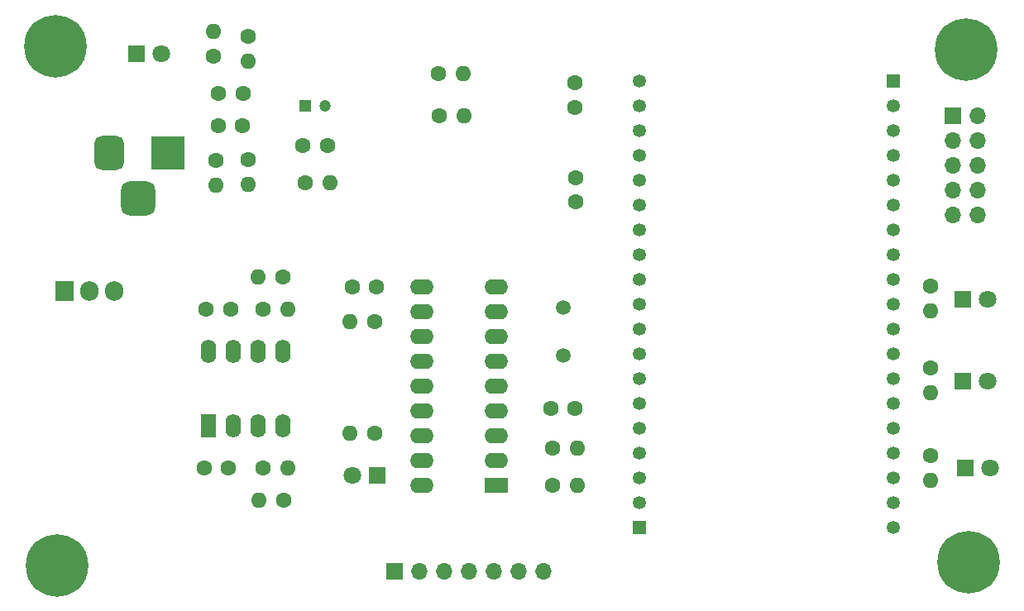
<source format=gbr>
%TF.GenerationSoftware,KiCad,Pcbnew,8.0.5*%
%TF.CreationDate,2024-12-04T22:36:59+01:00*%
%TF.ProjectId,ESP-Unit,4553502d-556e-4697-942e-6b696361645f,rev?*%
%TF.SameCoordinates,Original*%
%TF.FileFunction,Copper,L2,Bot*%
%TF.FilePolarity,Positive*%
%FSLAX46Y46*%
G04 Gerber Fmt 4.6, Leading zero omitted, Abs format (unit mm)*
G04 Created by KiCad (PCBNEW 8.0.5) date 2024-12-04 22:36:59*
%MOMM*%
%LPD*%
G01*
G04 APERTURE LIST*
G04 Aperture macros list*
%AMRoundRect*
0 Rectangle with rounded corners*
0 $1 Rounding radius*
0 $2 $3 $4 $5 $6 $7 $8 $9 X,Y pos of 4 corners*
0 Add a 4 corners polygon primitive as box body*
4,1,4,$2,$3,$4,$5,$6,$7,$8,$9,$2,$3,0*
0 Add four circle primitives for the rounded corners*
1,1,$1+$1,$2,$3*
1,1,$1+$1,$4,$5*
1,1,$1+$1,$6,$7*
1,1,$1+$1,$8,$9*
0 Add four rect primitives between the rounded corners*
20,1,$1+$1,$2,$3,$4,$5,0*
20,1,$1+$1,$4,$5,$6,$7,0*
20,1,$1+$1,$6,$7,$8,$9,0*
20,1,$1+$1,$8,$9,$2,$3,0*%
G04 Aperture macros list end*
%TA.AperFunction,ComponentPad*%
%ADD10R,1.600000X2.400000*%
%TD*%
%TA.AperFunction,ComponentPad*%
%ADD11O,1.600000X2.400000*%
%TD*%
%TA.AperFunction,ComponentPad*%
%ADD12O,1.600000X1.600000*%
%TD*%
%TA.AperFunction,ComponentPad*%
%ADD13C,1.600000*%
%TD*%
%TA.AperFunction,ComponentPad*%
%ADD14C,0.800000*%
%TD*%
%TA.AperFunction,ComponentPad*%
%ADD15C,6.400000*%
%TD*%
%TA.AperFunction,ComponentPad*%
%ADD16C,1.500000*%
%TD*%
%TA.AperFunction,ComponentPad*%
%ADD17C,1.200000*%
%TD*%
%TA.AperFunction,ComponentPad*%
%ADD18R,1.200000X1.200000*%
%TD*%
%TA.AperFunction,ComponentPad*%
%ADD19R,1.800000X1.800000*%
%TD*%
%TA.AperFunction,ComponentPad*%
%ADD20C,1.800000*%
%TD*%
%TA.AperFunction,ComponentPad*%
%ADD21R,2.400000X1.600000*%
%TD*%
%TA.AperFunction,ComponentPad*%
%ADD22O,2.400000X1.600000*%
%TD*%
%TA.AperFunction,ComponentPad*%
%ADD23O,1.905000X2.000000*%
%TD*%
%TA.AperFunction,ComponentPad*%
%ADD24R,1.905000X2.000000*%
%TD*%
%TA.AperFunction,ComponentPad*%
%ADD25R,1.700000X1.700000*%
%TD*%
%TA.AperFunction,ComponentPad*%
%ADD26O,1.700000X1.700000*%
%TD*%
%TA.AperFunction,ComponentPad*%
%ADD27RoundRect,0.875000X-0.875000X-0.875000X0.875000X-0.875000X0.875000X0.875000X-0.875000X0.875000X0*%
%TD*%
%TA.AperFunction,ComponentPad*%
%ADD28RoundRect,0.750000X-0.750000X-1.000000X0.750000X-1.000000X0.750000X1.000000X-0.750000X1.000000X0*%
%TD*%
%TA.AperFunction,ComponentPad*%
%ADD29R,3.500000X3.500000*%
%TD*%
%TA.AperFunction,ComponentPad*%
%ADD30R,1.350000X1.350000*%
%TD*%
%TA.AperFunction,ComponentPad*%
%ADD31C,1.350000*%
%TD*%
G04 APERTURE END LIST*
D10*
%TO.P,U3,1,1OUT*%
%TO.N,/Audio_SLIC-Amp*%
X172003000Y-93477000D03*
D11*
%TO.P,U3,2,1IN-*%
%TO.N,Net-(U3-1IN-)*%
X174543000Y-93477000D03*
%TO.P,U3,3,1IN+*%
%TO.N,/Vref*%
X177083000Y-93477000D03*
%TO.P,U3,4,GND*%
%TO.N,Earth*%
X179623000Y-93477000D03*
%TO.P,U3,5,2IN+*%
%TO.N,/Vref*%
X179623000Y-85857000D03*
%TO.P,U3,6,2IN-*%
%TO.N,Net-(U3-2IN-)*%
X177083000Y-85857000D03*
%TO.P,U3,7,2OUT*%
%TO.N,/Audio_ESP32-Amp*%
X174543000Y-85857000D03*
%TO.P,U3,8,VCC*%
%TO.N,/5V*%
X172003000Y-85857000D03*
%TD*%
D12*
%TO.P,R1,2*%
%TO.N,/5V*%
X172720000Y-68834000D03*
D13*
%TO.P,R1,1*%
%TO.N,Net-(U2-ADJ)*%
X172720000Y-66294000D03*
%TD*%
%TO.P,C1,2*%
%TO.N,Earth*%
X175494000Y-62738000D03*
%TO.P,C1,1*%
%TO.N,Net-(U2-VI)*%
X172994000Y-62738000D03*
%TD*%
D14*
%TO.P,H4,1,1*%
%TO.N,Earth*%
X154064000Y-107776944D03*
X154766944Y-106079888D03*
X154766944Y-109474000D03*
X156464000Y-105376944D03*
D15*
X156464000Y-107776944D03*
D14*
X156464000Y-110176944D03*
X158161056Y-106079888D03*
X158161056Y-109474000D03*
X158864000Y-107776944D03*
%TD*%
D13*
%TO.P,R3,1*%
%TO.N,/Audio_SLIC*%
X177572000Y-97780000D03*
D12*
%TO.P,R3,2*%
%TO.N,Net-(U3-1IN-)*%
X180112000Y-97780000D03*
%TD*%
D13*
%TO.P,R16,1*%
%TO.N,Net-(D3-A)*%
X245872000Y-79219000D03*
D12*
%TO.P,R16,2*%
%TO.N,/WiFi_LED*%
X245872000Y-81759000D03*
%TD*%
D13*
%TO.P,R14,1*%
%TO.N,Net-(U3-2IN-)*%
X177552000Y-81524000D03*
D12*
%TO.P,R14,2*%
%TO.N,/Audio_ESP32*%
X180092000Y-81524000D03*
%TD*%
D16*
%TO.P,Y1,1,1*%
%TO.N,Net-(IC1-OSC1)*%
X208280000Y-86270000D03*
%TO.P,Y1,2,2*%
%TO.N,Net-(IC1-OSC2)*%
X208280000Y-81390000D03*
%TD*%
D13*
%TO.P,R9,1*%
%TO.N,Net-(IC1-ST{slash}GT)*%
X188996000Y-82804000D03*
D12*
%TO.P,R9,2*%
%TO.N,Net-(IC1-EST)*%
X186456000Y-82804000D03*
%TD*%
D17*
%TO.P,C7,2*%
%TO.N,Earth*%
X183907401Y-60706000D03*
D18*
%TO.P,C7,1*%
%TO.N,/Vref*%
X181907401Y-60706000D03*
%TD*%
D13*
%TO.P,C2,2*%
%TO.N,Earth*%
X173014000Y-59436000D03*
%TO.P,C2,1*%
%TO.N,/5V*%
X175514000Y-59436000D03*
%TD*%
D19*
%TO.P,D5,1,K*%
%TO.N,Earth*%
X249423000Y-97819000D03*
D20*
%TO.P,D5,2,A*%
%TO.N,Net-(D5-A)*%
X251963000Y-97819000D03*
%TD*%
D13*
%TO.P,C4,1*%
%TO.N,Net-(C4-Pad1)*%
X209510000Y-91694000D03*
%TO.P,C4,2*%
%TO.N,/Audio_SLIC-Amp*%
X207010000Y-91694000D03*
%TD*%
%TO.P,C3,1*%
%TO.N,/Audio_SLIC-Amp*%
X171525000Y-97780000D03*
%TO.P,C3,2*%
%TO.N,Net-(U3-1IN-)*%
X174025000Y-97780000D03*
%TD*%
D21*
%TO.P,IC1,1,IN+*%
%TO.N,Net-(IC1-IN+)*%
X201437000Y-99558000D03*
D22*
%TO.P,IC1,2,IN-*%
%TO.N,Net-(IC1-IN-)*%
X201437000Y-97018000D03*
%TO.P,IC1,3,GS*%
%TO.N,Net-(IC1-GS)*%
X201437000Y-94478000D03*
%TO.P,IC1,4,VREF*%
%TO.N,Net-(IC1-IN+)*%
X201437000Y-91938000D03*
%TO.P,IC1,5,INH*%
%TO.N,Earth*%
X201437000Y-89398000D03*
%TO.P,IC1,6,PWDN*%
%TO.N,/MT8870_PWDN*%
X201437000Y-86858000D03*
%TO.P,IC1,7,OSC1*%
%TO.N,Net-(IC1-OSC1)*%
X201437000Y-84318000D03*
%TO.P,IC1,8,OSC2*%
%TO.N,Net-(IC1-OSC2)*%
X201437000Y-81778000D03*
%TO.P,IC1,9,VSS*%
%TO.N,Earth*%
X201437000Y-79238000D03*
%TO.P,IC1,10,TOE*%
%TO.N,/5V*%
X193817000Y-79238000D03*
%TO.P,IC1,11,Q1*%
%TO.N,Net-(IC1-Q1)*%
X193817000Y-81778000D03*
%TO.P,IC1,12,Q2*%
%TO.N,Net-(IC1-Q2)*%
X193817000Y-84318000D03*
%TO.P,IC1,13,Q3*%
%TO.N,Net-(IC1-Q3)*%
X193817000Y-86858000D03*
%TO.P,IC1,14,Q4*%
%TO.N,Net-(IC1-Q4)*%
X193817000Y-89398000D03*
%TO.P,IC1,15,STD*%
%TO.N,Net-(IC1-STD)*%
X193817000Y-91938000D03*
%TO.P,IC1,16,EST*%
%TO.N,Net-(IC1-EST)*%
X193817000Y-94478000D03*
%TO.P,IC1,17,ST/GT*%
%TO.N,Net-(IC1-ST{slash}GT)*%
X193817000Y-97018000D03*
%TO.P,IC1,18,VDD*%
%TO.N,/5V*%
X193817000Y-99558000D03*
%TD*%
D13*
%TO.P,R17,1*%
%TO.N,Net-(D4-A)*%
X245872000Y-96520000D03*
D12*
%TO.P,R17,2*%
%TO.N,/MQTT_LED*%
X245872000Y-99060000D03*
%TD*%
D20*
%TO.P,D1,2,A*%
%TO.N,Net-(D1-A)*%
X167127000Y-55372000D03*
D19*
%TO.P,D1,1,K*%
%TO.N,Earth*%
X164587000Y-55372000D03*
%TD*%
D13*
%TO.P,R8,1*%
%TO.N,Net-(IC1-IN-)*%
X207215000Y-95758000D03*
D12*
%TO.P,R8,2*%
%TO.N,Net-(C4-Pad1)*%
X209755000Y-95758000D03*
%TD*%
D23*
%TO.P,U2,3,VI*%
%TO.N,Net-(U2-VI)*%
X162306000Y-79685000D03*
%TO.P,U2,2,VO*%
%TO.N,/5V*%
X159766000Y-79685000D03*
D24*
%TO.P,U2,1,ADJ*%
%TO.N,Net-(U2-ADJ)*%
X157226000Y-79685000D03*
%TD*%
D25*
%TO.P,J3,1,Pin_1*%
%TO.N,/SDA*%
X191008000Y-108433000D03*
D26*
%TO.P,J3,2,Pin_2*%
%TO.N,/SLC*%
X193548000Y-108433000D03*
%TO.P,J3,3,Pin_3*%
%TO.N,/SLIC_INT*%
X196088000Y-108433000D03*
%TO.P,J3,4,Pin_4*%
%TO.N,/MCP_RESET*%
X198628000Y-108433000D03*
%TO.P,J3,5,Pin_5*%
%TO.N,/Audio_SLIC*%
X201168000Y-108433000D03*
%TO.P,J3,6,Pin_6*%
%TO.N,/5V*%
X203708000Y-108433000D03*
%TO.P,J3,7,Pin_7*%
%TO.N,Earth*%
X206248000Y-108433000D03*
%TD*%
D25*
%TO.P,J2,1,Pin_1*%
%TO.N,/3V3*%
X248153000Y-61727000D03*
D26*
%TO.P,J2,2,Pin_2*%
%TO.N,Earth*%
X250693000Y-61727000D03*
%TO.P,J2,3,Pin_3*%
X248153000Y-64267000D03*
%TO.P,J2,4,Pin_4*%
X250693000Y-64267000D03*
%TO.P,J2,5,Pin_5*%
X248153000Y-66807000D03*
%TO.P,J2,6,Pin_6*%
%TO.N,/TMS*%
X250693000Y-66807000D03*
%TO.P,J2,7,Pin_7*%
%TO.N,/TCK*%
X248153000Y-69347000D03*
%TO.P,J2,8,Pin_8*%
%TO.N,/TDO*%
X250693000Y-69347000D03*
%TO.P,J2,9,Pin_9*%
%TO.N,/TDI*%
X248153000Y-71887000D03*
%TO.P,J2,10,Pin_10*%
%TO.N,unconnected-(J2-Pin_10-Pad10)*%
X250693000Y-71887000D03*
%TD*%
D13*
%TO.P,R10,1*%
%TO.N,Net-(IC1-IN-)*%
X207215000Y-99568000D03*
D12*
%TO.P,R10,2*%
%TO.N,Net-(IC1-GS)*%
X209755000Y-99568000D03*
%TD*%
D13*
%TO.P,R18,1*%
%TO.N,/Hook_Status_LED*%
X245872000Y-87601000D03*
D12*
%TO.P,R18,2*%
%TO.N,Net-(D5-A)*%
X245872000Y-90141000D03*
%TD*%
D13*
%TO.P,C9,1*%
%TO.N,Earth*%
X209550000Y-68092000D03*
%TO.P,C9,2*%
%TO.N,/5V*%
X209550000Y-70592000D03*
%TD*%
%TO.P,R15,1*%
%TO.N,/Audio_ESP32-Amp*%
X179613000Y-78222000D03*
D12*
%TO.P,R15,2*%
%TO.N,Net-(U3-2IN-)*%
X177073000Y-78222000D03*
%TD*%
D13*
%TO.P,R12,1*%
%TO.N,/5V*%
X195580000Y-61722000D03*
D12*
%TO.P,R12,2*%
%TO.N,/SLC*%
X198120000Y-61722000D03*
%TD*%
D19*
%TO.P,D3,1,K*%
%TO.N,Earth*%
X249169000Y-80518000D03*
D20*
%TO.P,D3,2,A*%
%TO.N,Net-(D3-A)*%
X251709000Y-80518000D03*
%TD*%
D14*
%TO.P,H2,1,1*%
%TO.N,Earth*%
X247422000Y-107442000D03*
X248124944Y-105744944D03*
X248124944Y-109139056D03*
X249822000Y-105042000D03*
D15*
X249822000Y-107442000D03*
D14*
X249822000Y-109842000D03*
X251519056Y-105744944D03*
X251519056Y-109139056D03*
X252222000Y-107442000D03*
%TD*%
D12*
%TO.P,R6,2*%
%TO.N,/Vref*%
X176022000Y-56134000D03*
D13*
%TO.P,R6,1*%
%TO.N,/5V*%
X176022000Y-53594000D03*
%TD*%
D27*
%TO.P,J1,3*%
%TO.N,N/C*%
X164798000Y-70232000D03*
D28*
%TO.P,J1,2*%
%TO.N,Earth*%
X161798000Y-65532000D03*
D29*
%TO.P,J1,1*%
%TO.N,Net-(U2-VI)*%
X167798000Y-65532000D03*
%TD*%
D13*
%TO.P,R11,1*%
%TO.N,Net-(IC1-STD)*%
X188971000Y-94234000D03*
D12*
%TO.P,R11,2*%
%TO.N,Net-(D2-A)*%
X186431000Y-94234000D03*
%TD*%
D19*
%TO.P,D2,1,K*%
%TO.N,Earth*%
X189230000Y-98552000D03*
D20*
%TO.P,D2,2,A*%
%TO.N,Net-(D2-A)*%
X186690000Y-98552000D03*
%TD*%
D12*
%TO.P,R7,2*%
%TO.N,Earth*%
X184406401Y-68580000D03*
D13*
%TO.P,R7,1*%
%TO.N,/Vref*%
X181866401Y-68580000D03*
%TD*%
%TO.P,C6,1*%
%TO.N,/5V*%
X189210000Y-79248000D03*
%TO.P,C6,2*%
%TO.N,Net-(IC1-ST{slash}GT)*%
X186710000Y-79248000D03*
%TD*%
%TO.P,C8,1*%
%TO.N,Earth*%
X209522000Y-58371500D03*
%TO.P,C8,2*%
%TO.N,/5V*%
X209522000Y-60871500D03*
%TD*%
%TO.P,R13,1*%
%TO.N,/5V*%
X195551000Y-57404000D03*
D12*
%TO.P,R13,2*%
%TO.N,/SDA*%
X198091000Y-57404000D03*
%TD*%
D30*
%TO.P,U1,J4_1,GND_J4_1*%
%TO.N,Earth*%
X242108000Y-58166000D03*
D31*
%TO.P,U1,J4_2,G23*%
%TO.N,unconnected-(U1-G23-PadJ4_2)*%
X242108000Y-60706000D03*
%TO.P,U1,J4_3,G22*%
%TO.N,/SCL_3V*%
X242108000Y-63246000D03*
%TO.P,U1,J4_4,TXD*%
%TO.N,unconnected-(U1-TXD-PadJ4_4)*%
X242108000Y-65786000D03*
%TO.P,U1,J4_5,RXD*%
%TO.N,unconnected-(U1-RXD-PadJ4_5)*%
X242108000Y-68326000D03*
%TO.P,U1,J4_6,G21*%
%TO.N,/SDA_3V*%
X242108000Y-70866000D03*
%TO.P,U1,J4_7,GND_J4_7*%
%TO.N,Earth*%
X242108000Y-73406000D03*
%TO.P,U1,J4_8,G19*%
%TO.N,unconnected-(U1-G19-PadJ4_8)*%
X242108000Y-75946000D03*
%TO.P,U1,J4_9,G18*%
%TO.N,/WiFi_LED*%
X242108000Y-78486000D03*
%TO.P,U1,J4_10,G5*%
%TO.N,/Q4_3V*%
X242108000Y-81026000D03*
%TO.P,U1,J4_11,G17*%
%TO.N,/MQTT_LED*%
X242108000Y-83566000D03*
%TO.P,U1,J4_12,G16*%
%TO.N,/Hook_Status_LED*%
X242108000Y-86106000D03*
%TO.P,U1,J4_13,G4*%
%TO.N,/Q3_3V*%
X242108000Y-88646000D03*
%TO.P,U1,J4_14,G0*%
%TO.N,/Q1_3V*%
X242108000Y-91186000D03*
%TO.P,U1,J4_15,G2*%
%TO.N,/Q2_3V*%
X242108000Y-93726000D03*
%TO.P,U1,J4_16,G15*%
%TO.N,/TDO*%
X242108000Y-96266000D03*
%TO.P,U1,J4_17,SD1*%
%TO.N,unconnected-(U1-SD1-PadJ4_17)*%
X242108000Y-98806000D03*
%TO.P,U1,J4_18,SD0*%
%TO.N,unconnected-(U1-SD0-PadJ4_18)*%
X242108000Y-101346000D03*
%TO.P,U1,J4_19,CLK*%
%TO.N,unconnected-(U1-CLK-PadJ4_19)*%
X242108000Y-103886000D03*
D30*
%TO.P,U1,J5_1,5V*%
%TO.N,/5V*%
X216108000Y-103886000D03*
D31*
%TO.P,U1,J5_2,CMD*%
%TO.N,unconnected-(U1-CMD-PadJ5_2)*%
X216108000Y-101346000D03*
%TO.P,U1,J5_3,SD3*%
%TO.N,unconnected-(U1-SD3-PadJ5_3)*%
X216108000Y-98806000D03*
%TO.P,U1,J5_4,SD2*%
%TO.N,unconnected-(U1-SD2-PadJ5_4)*%
X216108000Y-96266000D03*
%TO.P,U1,J5_5,G13*%
%TO.N,/TCK*%
X216108000Y-93726000D03*
%TO.P,U1,J5_6,GND_J5_6*%
%TO.N,Earth*%
X216108000Y-91186000D03*
%TO.P,U1,J5_7,G12*%
%TO.N,/TDI*%
X216108000Y-88646000D03*
%TO.P,U1,J5_8,G14*%
%TO.N,/TMS*%
X216108000Y-86106000D03*
%TO.P,U1,J5_9,G27*%
%TO.N,unconnected-(U1-G27-PadJ5_9)*%
X216108000Y-83566000D03*
%TO.P,U1,J5_10,G26*%
%TO.N,unconnected-(U1-G26-PadJ5_10)*%
X216108000Y-81026000D03*
%TO.P,U1,J5_11,G25*%
%TO.N,/Audio_ESP32*%
X216108000Y-78486000D03*
%TO.P,U1,J5_12,G33*%
%TO.N,/MT8870_PWDN_3V*%
X216108000Y-75946000D03*
%TO.P,U1,J5_13,G32*%
%TO.N,unconnected-(U1-G32-PadJ5_13)*%
X216108000Y-73406000D03*
%TO.P,U1,J5_14,G35*%
%TO.N,/MCP_RESET_3V*%
X216108000Y-70866000D03*
%TO.P,U1,J5_15,G34*%
%TO.N,/SLIC_INT_3V*%
X216108000Y-68326000D03*
%TO.P,U1,J5_16,SN*%
%TO.N,unconnected-(U1-SN-PadJ5_16)*%
X216108000Y-65786000D03*
%TO.P,U1,J5_17,SP*%
%TO.N,unconnected-(U1-SP-PadJ5_17)*%
X216108000Y-63246000D03*
%TO.P,U1,J5_18,EN*%
%TO.N,unconnected-(U1-EN-PadJ5_18)*%
X216108000Y-60706000D03*
%TO.P,U1,J5_19,3V3*%
%TO.N,/3V3*%
X216108000Y-58166000D03*
%TD*%
D14*
%TO.P,H3,1,1*%
%TO.N,Earth*%
X247108944Y-54944944D03*
X247811888Y-53247888D03*
X247811888Y-56642000D03*
X249508944Y-52544944D03*
D15*
X249508944Y-54944944D03*
D14*
X249508944Y-57344944D03*
X251206000Y-53247888D03*
X251206000Y-56642000D03*
X251908944Y-54944944D03*
%TD*%
D13*
%TO.P,R5,1*%
%TO.N,Net-(U3-1IN-)*%
X179662000Y-101082000D03*
D12*
%TO.P,R5,2*%
%TO.N,/Audio_SLIC-Amp*%
X177122000Y-101082000D03*
%TD*%
%TO.P,R4,2*%
%TO.N,Net-(D1-A)*%
X172466000Y-53115000D03*
D13*
%TO.P,R4,1*%
%TO.N,/5V*%
X172466000Y-55655000D03*
%TD*%
D14*
%TO.P,H1,1,1*%
%TO.N,Earth*%
X153950000Y-54610000D03*
X154652944Y-52912944D03*
X154652944Y-56307056D03*
X156350000Y-52210000D03*
D15*
X156350000Y-54610000D03*
D14*
X156350000Y-57010000D03*
X158047056Y-52912944D03*
X158047056Y-56307056D03*
X158750000Y-54610000D03*
%TD*%
D19*
%TO.P,D4,1,K*%
%TO.N,Earth*%
X249169000Y-88900000D03*
D20*
%TO.P,D4,2,A*%
%TO.N,Net-(D4-A)*%
X251709000Y-88900000D03*
%TD*%
D13*
%TO.P,C10,1*%
%TO.N,Net-(U3-2IN-)*%
X174259000Y-81524000D03*
%TO.P,C10,2*%
%TO.N,/Audio_ESP32-Amp*%
X171759000Y-81524000D03*
%TD*%
%TO.P,C5,2*%
%TO.N,/Vref*%
X181661401Y-64770000D03*
%TO.P,C5,1*%
%TO.N,Earth*%
X184161401Y-64770000D03*
%TD*%
D12*
%TO.P,R2,2*%
%TO.N,Earth*%
X176022000Y-68805000D03*
D13*
%TO.P,R2,1*%
%TO.N,Net-(U2-ADJ)*%
X176022000Y-66265000D03*
%TD*%
M02*

</source>
